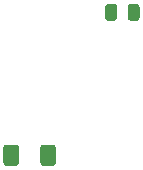
<source format=gbr>
%TF.GenerationSoftware,KiCad,Pcbnew,(5.1.9)-1*%
%TF.CreationDate,2021-04-21T23:55:58+08:00*%
%TF.ProjectId,xhp70-driver,78687037-302d-4647-9269-7665722e6b69,rev?*%
%TF.SameCoordinates,Original*%
%TF.FileFunction,Paste,Bot*%
%TF.FilePolarity,Positive*%
%FSLAX46Y46*%
G04 Gerber Fmt 4.6, Leading zero omitted, Abs format (unit mm)*
G04 Created by KiCad (PCBNEW (5.1.9)-1) date 2021-04-21 23:55:58*
%MOMM*%
%LPD*%
G01*
G04 APERTURE LIST*
G04 APERTURE END LIST*
%TO.C,C7*%
G36*
G01*
X149150000Y-62425000D02*
X149150000Y-63375000D01*
G75*
G02*
X148900000Y-63625000I-250000J0D01*
G01*
X148400000Y-63625000D01*
G75*
G02*
X148150000Y-63375000I0J250000D01*
G01*
X148150000Y-62425000D01*
G75*
G02*
X148400000Y-62175000I250000J0D01*
G01*
X148900000Y-62175000D01*
G75*
G02*
X149150000Y-62425000I0J-250000D01*
G01*
G37*
G36*
G01*
X151050000Y-62425000D02*
X151050000Y-63375000D01*
G75*
G02*
X150800000Y-63625000I-250000J0D01*
G01*
X150300000Y-63625000D01*
G75*
G02*
X150050000Y-63375000I0J250000D01*
G01*
X150050000Y-62425000D01*
G75*
G02*
X150300000Y-62175000I250000J0D01*
G01*
X150800000Y-62175000D01*
G75*
G02*
X151050000Y-62425000I0J-250000D01*
G01*
G37*
%TD*%
%TO.C,C1*%
G36*
G01*
X142650000Y-75650003D02*
X142650000Y-74349997D01*
G75*
G02*
X142899997Y-74100000I249997J0D01*
G01*
X143725003Y-74100000D01*
G75*
G02*
X143975000Y-74349997I0J-249997D01*
G01*
X143975000Y-75650003D01*
G75*
G02*
X143725003Y-75900000I-249997J0D01*
G01*
X142899997Y-75900000D01*
G75*
G02*
X142650000Y-75650003I0J249997D01*
G01*
G37*
G36*
G01*
X139525000Y-75650003D02*
X139525000Y-74349997D01*
G75*
G02*
X139774997Y-74100000I249997J0D01*
G01*
X140600003Y-74100000D01*
G75*
G02*
X140850000Y-74349997I0J-249997D01*
G01*
X140850000Y-75650003D01*
G75*
G02*
X140600003Y-75900000I-249997J0D01*
G01*
X139774997Y-75900000D01*
G75*
G02*
X139525000Y-75650003I0J249997D01*
G01*
G37*
%TD*%
M02*

</source>
